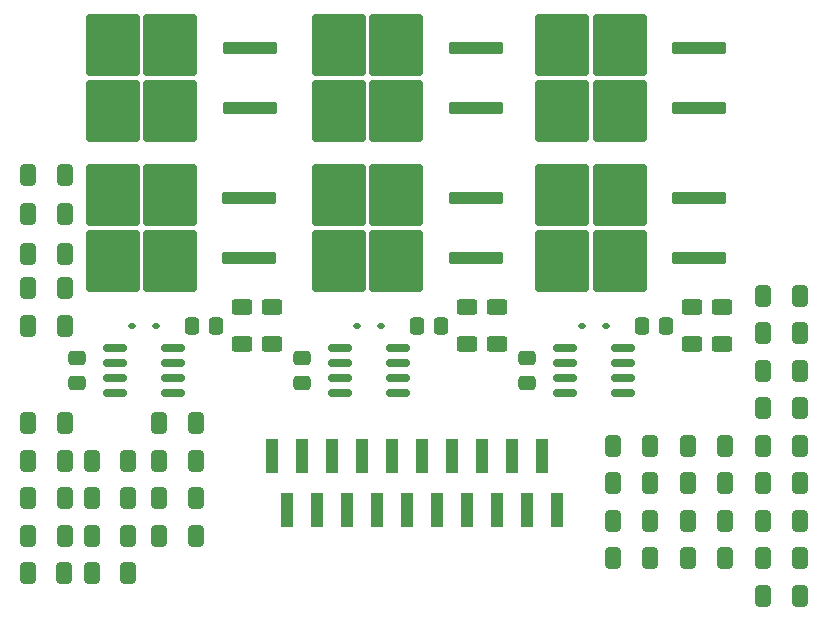
<source format=gbr>
%TF.GenerationSoftware,KiCad,Pcbnew,7.0.6*%
%TF.CreationDate,2023-10-19T15:55:56+03:00*%
%TF.ProjectId,_______ _____,21383b3e-3230-44f2-903f-3b3042302e6b,rev?*%
%TF.SameCoordinates,Original*%
%TF.FileFunction,Paste,Top*%
%TF.FilePolarity,Positive*%
%FSLAX46Y46*%
G04 Gerber Fmt 4.6, Leading zero omitted, Abs format (unit mm)*
G04 Created by KiCad (PCBNEW 7.0.6) date 2023-10-19 15:55:56*
%MOMM*%
%LPD*%
G01*
G04 APERTURE LIST*
G04 Aperture macros list*
%AMRoundRect*
0 Rectangle with rounded corners*
0 $1 Rounding radius*
0 $2 $3 $4 $5 $6 $7 $8 $9 X,Y pos of 4 corners*
0 Add a 4 corners polygon primitive as box body*
4,1,4,$2,$3,$4,$5,$6,$7,$8,$9,$2,$3,0*
0 Add four circle primitives for the rounded corners*
1,1,$1+$1,$2,$3*
1,1,$1+$1,$4,$5*
1,1,$1+$1,$6,$7*
1,1,$1+$1,$8,$9*
0 Add four rect primitives between the rounded corners*
20,1,$1+$1,$2,$3,$4,$5,0*
20,1,$1+$1,$4,$5,$6,$7,0*
20,1,$1+$1,$6,$7,$8,$9,0*
20,1,$1+$1,$8,$9,$2,$3,0*%
G04 Aperture macros list end*
%ADD10RoundRect,0.250000X-0.412500X-0.650000X0.412500X-0.650000X0.412500X0.650000X-0.412500X0.650000X0*%
%ADD11RoundRect,0.250000X0.412500X0.650000X-0.412500X0.650000X-0.412500X-0.650000X0.412500X-0.650000X0*%
%ADD12R,1.000000X2.997200*%
%ADD13RoundRect,0.250000X2.050000X0.300000X-2.050000X0.300000X-2.050000X-0.300000X2.050000X-0.300000X0*%
%ADD14RoundRect,0.250000X2.025000X2.375000X-2.025000X2.375000X-2.025000X-2.375000X2.025000X-2.375000X0*%
%ADD15RoundRect,0.150000X-0.825000X-0.150000X0.825000X-0.150000X0.825000X0.150000X-0.825000X0.150000X0*%
%ADD16RoundRect,0.250000X0.475000X-0.337500X0.475000X0.337500X-0.475000X0.337500X-0.475000X-0.337500X0*%
%ADD17RoundRect,0.250000X-0.337500X-0.475000X0.337500X-0.475000X0.337500X0.475000X-0.337500X0.475000X0*%
%ADD18RoundRect,0.250000X0.625000X-0.400000X0.625000X0.400000X-0.625000X0.400000X-0.625000X-0.400000X0*%
%ADD19RoundRect,0.112500X0.187500X0.112500X-0.187500X0.112500X-0.187500X-0.112500X0.187500X-0.112500X0*%
G04 APERTURE END LIST*
D10*
%TO.C,C48*%
X169887500Y-116205000D03*
X173012500Y-116205000D03*
%TD*%
%TO.C,C47*%
X169887500Y-106680000D03*
X173012500Y-106680000D03*
%TD*%
%TO.C,C46*%
X169887500Y-109855000D03*
X173012500Y-109855000D03*
%TD*%
%TO.C,C45*%
X169887500Y-113030000D03*
X173012500Y-113030000D03*
%TD*%
D11*
%TO.C,C44*%
X179362500Y-106680000D03*
X176237500Y-106680000D03*
%TD*%
%TO.C,C43*%
X123482500Y-83755000D03*
X120357500Y-83755000D03*
%TD*%
%TO.C,C42*%
X123482500Y-87105000D03*
X120357500Y-87105000D03*
%TD*%
%TO.C,C41*%
X123482500Y-90455000D03*
X120357500Y-90455000D03*
%TD*%
%TO.C,C40*%
X123482500Y-93345000D03*
X120357500Y-93345000D03*
%TD*%
%TO.C,C39*%
X120357500Y-96520000D03*
X123482500Y-96520000D03*
%TD*%
%TO.C,C38*%
X123482500Y-104775000D03*
X120357500Y-104775000D03*
%TD*%
%TO.C,C37*%
X123482500Y-107950000D03*
X120357500Y-107950000D03*
%TD*%
%TO.C,C36*%
X123482500Y-111125000D03*
X120357500Y-111125000D03*
%TD*%
%TO.C,C35*%
X123482500Y-114300000D03*
X120357500Y-114300000D03*
%TD*%
%TO.C,C34*%
X123432500Y-117475000D03*
X120307500Y-117475000D03*
%TD*%
D10*
%TO.C,C33*%
X182587500Y-106680000D03*
X185712500Y-106680000D03*
%TD*%
%TO.C,C32*%
X182587500Y-103505000D03*
X185712500Y-103505000D03*
%TD*%
%TO.C,C31*%
X182587500Y-100330000D03*
X185712500Y-100330000D03*
%TD*%
%TO.C,C30*%
X182587500Y-97155000D03*
X185712500Y-97155000D03*
%TD*%
%TO.C,C29*%
X182587500Y-93980000D03*
X185712500Y-93980000D03*
%TD*%
D11*
%TO.C,C28*%
X179362500Y-116205000D03*
X176237500Y-116205000D03*
%TD*%
D10*
%TO.C,C27*%
X182587500Y-119380000D03*
X185712500Y-119380000D03*
%TD*%
%TO.C,C26*%
X182587500Y-116205000D03*
X185712500Y-116205000D03*
%TD*%
%TO.C,C25*%
X182587500Y-113030000D03*
X185712500Y-113030000D03*
%TD*%
%TO.C,C24*%
X182587500Y-109855000D03*
X185712500Y-109855000D03*
%TD*%
D11*
%TO.C,C23*%
X131445000Y-107950000D03*
X134570000Y-107950000D03*
%TD*%
%TO.C,C22*%
X134570000Y-111125000D03*
X131445000Y-111125000D03*
%TD*%
%TO.C,C21*%
X131445000Y-114300000D03*
X134570000Y-114300000D03*
%TD*%
%TO.C,C20*%
X134570000Y-104775000D03*
X131445000Y-104775000D03*
%TD*%
D10*
%TO.C,C19*%
X125730000Y-117475000D03*
X128855000Y-117475000D03*
%TD*%
%TO.C,C18*%
X125730000Y-114300000D03*
X128855000Y-114300000D03*
%TD*%
%TO.C,C17*%
X125730000Y-111125000D03*
X128855000Y-111125000D03*
%TD*%
%TO.C,C16*%
X125730000Y-107950000D03*
X128855000Y-107950000D03*
%TD*%
D11*
%TO.C,C15*%
X179362500Y-109855000D03*
X176237500Y-109855000D03*
%TD*%
%TO.C,C14*%
X179362500Y-113030000D03*
X176237500Y-113030000D03*
%TD*%
D12*
%TO.C,J6*%
X140970000Y-107605000D03*
X142240000Y-112105001D03*
X143510000Y-107605000D03*
X144780000Y-112105001D03*
X146050000Y-107605000D03*
X147320000Y-112105001D03*
X148590000Y-107605000D03*
X149860000Y-112105001D03*
X151130000Y-107605000D03*
X152400000Y-112105001D03*
X153670000Y-107605000D03*
X154940000Y-112105001D03*
X156210000Y-107605000D03*
X157480000Y-112105001D03*
X158750000Y-107605000D03*
X160020000Y-112105001D03*
X161290000Y-107605000D03*
X162560000Y-112105001D03*
X163830000Y-107605000D03*
X165100000Y-112105001D03*
%TD*%
D13*
%TO.C,Q4*%
X158260000Y-78105000D03*
D14*
X151535000Y-78340000D03*
X151535000Y-72790000D03*
X146685000Y-78340000D03*
X146685000Y-72790000D03*
D13*
X158260000Y-73025000D03*
%TD*%
%TO.C,Q3*%
X158260000Y-90805000D03*
D14*
X151535000Y-91040000D03*
X151535000Y-85490000D03*
X146685000Y-91040000D03*
X146685000Y-85490000D03*
D13*
X158260000Y-85725000D03*
%TD*%
D15*
%TO.C,U2*%
X146750000Y-98425000D03*
X146750000Y-99695000D03*
X146750000Y-100965000D03*
X146750000Y-102235000D03*
X151700000Y-102235000D03*
X151700000Y-100965000D03*
X151700000Y-99695000D03*
X151700000Y-98425000D03*
%TD*%
D16*
%TO.C,C8*%
X162560000Y-101367500D03*
X162560000Y-99292500D03*
%TD*%
D15*
%TO.C,U3*%
X165800000Y-98425000D03*
X165800000Y-99695000D03*
X165800000Y-100965000D03*
X165800000Y-102235000D03*
X170750000Y-102235000D03*
X170750000Y-100965000D03*
X170750000Y-99695000D03*
X170750000Y-98425000D03*
%TD*%
D13*
%TO.C,Q6*%
X177165000Y-78105000D03*
D14*
X170440000Y-78340000D03*
X170440000Y-72790000D03*
X165590000Y-78340000D03*
X165590000Y-72790000D03*
D13*
X177165000Y-73025000D03*
%TD*%
D16*
%TO.C,C6*%
X143510000Y-101367500D03*
X143510000Y-99292500D03*
%TD*%
D17*
%TO.C,C7*%
X153267500Y-96520000D03*
X155342500Y-96520000D03*
%TD*%
D18*
%TO.C,R13*%
X138430000Y-98070000D03*
X138430000Y-94970000D03*
%TD*%
D19*
%TO.C,D1*%
X131225000Y-96520000D03*
X129125000Y-96520000D03*
%TD*%
D17*
%TO.C,C5*%
X134217500Y-96520000D03*
X136292500Y-96520000D03*
%TD*%
D16*
%TO.C,C4*%
X124460000Y-101367500D03*
X124460000Y-99292500D03*
%TD*%
D13*
%TO.C,Q5*%
X177165000Y-90805000D03*
D14*
X170440000Y-91040000D03*
X170440000Y-85490000D03*
X165590000Y-91040000D03*
X165590000Y-85490000D03*
D13*
X177165000Y-85725000D03*
%TD*%
D17*
%TO.C,C9*%
X172317500Y-96520000D03*
X174392500Y-96520000D03*
%TD*%
D19*
%TO.C,D2*%
X150275000Y-96520000D03*
X148175000Y-96520000D03*
%TD*%
D18*
%TO.C,R14*%
X140970000Y-98070000D03*
X140970000Y-94970000D03*
%TD*%
%TO.C,R18*%
X179070000Y-98070000D03*
X179070000Y-94970000D03*
%TD*%
%TO.C,R15*%
X157480000Y-98070000D03*
X157480000Y-94970000D03*
%TD*%
D13*
%TO.C,Q2*%
X139125000Y-78105000D03*
D14*
X132400000Y-78340000D03*
X132400000Y-72790000D03*
X127550000Y-78340000D03*
X127550000Y-72790000D03*
D13*
X139125000Y-73025000D03*
%TD*%
D18*
%TO.C,R17*%
X176530000Y-98070000D03*
X176530000Y-94970000D03*
%TD*%
%TO.C,R16*%
X160020000Y-98070000D03*
X160020000Y-94970000D03*
%TD*%
D15*
%TO.C,U1*%
X127700000Y-98425000D03*
X127700000Y-99695000D03*
X127700000Y-100965000D03*
X127700000Y-102235000D03*
X132650000Y-102235000D03*
X132650000Y-100965000D03*
X132650000Y-99695000D03*
X132650000Y-98425000D03*
%TD*%
D13*
%TO.C,Q1*%
X139095000Y-90805000D03*
D14*
X132370000Y-91040000D03*
X132370000Y-85490000D03*
X127520000Y-91040000D03*
X127520000Y-85490000D03*
D13*
X139095000Y-85725000D03*
%TD*%
D19*
%TO.C,D3*%
X169325000Y-96520000D03*
X167225000Y-96520000D03*
%TD*%
M02*

</source>
